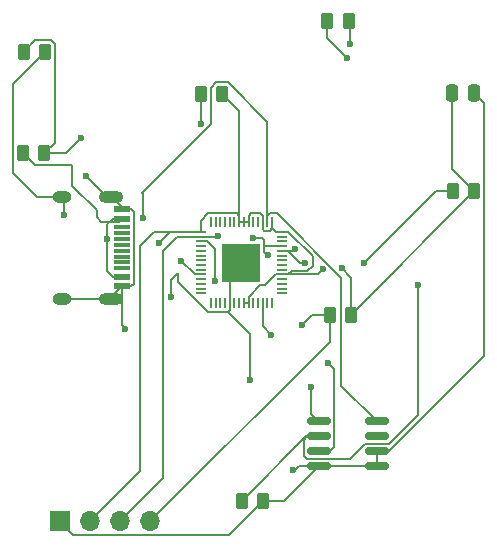
<source format=gbr>
%TF.GenerationSoftware,KiCad,Pcbnew,8.0.6*%
%TF.CreationDate,2025-05-13T17:33:06-04:00*%
%TF.ProjectId,USB-Voltage-Tester,5553422d-566f-46c7-9461-67652d546573,rev?*%
%TF.SameCoordinates,Original*%
%TF.FileFunction,Copper,L1,Top*%
%TF.FilePolarity,Positive*%
%FSLAX46Y46*%
G04 Gerber Fmt 4.6, Leading zero omitted, Abs format (unit mm)*
G04 Created by KiCad (PCBNEW 8.0.6) date 2025-05-13 17:33:06*
%MOMM*%
%LPD*%
G01*
G04 APERTURE LIST*
G04 Aperture macros list*
%AMRoundRect*
0 Rectangle with rounded corners*
0 $1 Rounding radius*
0 $2 $3 $4 $5 $6 $7 $8 $9 X,Y pos of 4 corners*
0 Add a 4 corners polygon primitive as box body*
4,1,4,$2,$3,$4,$5,$6,$7,$8,$9,$2,$3,0*
0 Add four circle primitives for the rounded corners*
1,1,$1+$1,$2,$3*
1,1,$1+$1,$4,$5*
1,1,$1+$1,$6,$7*
1,1,$1+$1,$8,$9*
0 Add four rect primitives between the rounded corners*
20,1,$1+$1,$2,$3,$4,$5,0*
20,1,$1+$1,$4,$5,$6,$7,0*
20,1,$1+$1,$6,$7,$8,$9,0*
20,1,$1+$1,$8,$9,$2,$3,0*%
G04 Aperture macros list end*
%TA.AperFunction,SMDPad,CuDef*%
%ADD10R,1.450000X0.600000*%
%TD*%
%TA.AperFunction,SMDPad,CuDef*%
%ADD11R,1.450000X0.300000*%
%TD*%
%TA.AperFunction,ComponentPad*%
%ADD12O,2.100000X1.000000*%
%TD*%
%TA.AperFunction,ComponentPad*%
%ADD13O,1.600000X1.000000*%
%TD*%
%TA.AperFunction,SMDPad,CuDef*%
%ADD14RoundRect,0.050000X-0.387500X-0.050000X0.387500X-0.050000X0.387500X0.050000X-0.387500X0.050000X0*%
%TD*%
%TA.AperFunction,SMDPad,CuDef*%
%ADD15RoundRect,0.050000X-0.050000X-0.387500X0.050000X-0.387500X0.050000X0.387500X-0.050000X0.387500X0*%
%TD*%
%TA.AperFunction,HeatsinkPad*%
%ADD16R,3.200000X3.200000*%
%TD*%
%TA.AperFunction,ComponentPad*%
%ADD17R,1.700000X1.700000*%
%TD*%
%TA.AperFunction,ComponentPad*%
%ADD18O,1.700000X1.700000*%
%TD*%
%TA.AperFunction,SMDPad,CuDef*%
%ADD19RoundRect,0.250000X-0.262500X-0.450000X0.262500X-0.450000X0.262500X0.450000X-0.262500X0.450000X0*%
%TD*%
%TA.AperFunction,SMDPad,CuDef*%
%ADD20RoundRect,0.250000X-0.250000X-0.475000X0.250000X-0.475000X0.250000X0.475000X-0.250000X0.475000X0*%
%TD*%
%TA.AperFunction,SMDPad,CuDef*%
%ADD21RoundRect,0.150000X-0.825000X-0.150000X0.825000X-0.150000X0.825000X0.150000X-0.825000X0.150000X0*%
%TD*%
%TA.AperFunction,ViaPad*%
%ADD22C,0.600000*%
%TD*%
%TA.AperFunction,Conductor*%
%ADD23C,0.200000*%
%TD*%
G04 APERTURE END LIST*
D10*
%TO.P,J1,A1,GND*%
%TO.N,GND*%
X32753400Y-45937800D03*
%TO.P,J1,A4,VBUS*%
%TO.N,+5V*%
X32753400Y-46737800D03*
D11*
%TO.P,J1,A5,CC1*%
%TO.N,unconnected-(J1-CC1-PadA5)*%
X32753400Y-47937800D03*
%TO.P,J1,A6,D+*%
%TO.N,unconnected-(J1-D+-PadA6)*%
X32753400Y-48937800D03*
%TO.P,J1,A7,D-*%
%TO.N,unconnected-(J1-D--PadA7)*%
X32753400Y-49437800D03*
%TO.P,J1,A8,SBU1*%
%TO.N,unconnected-(J1-SBU1-PadA8)*%
X32753400Y-50437800D03*
D10*
%TO.P,J1,A9,VBUS*%
%TO.N,+5V*%
X32753400Y-51637800D03*
%TO.P,J1,A12,GND*%
%TO.N,GND*%
X32753400Y-52437800D03*
%TO.P,J1,B1,GND*%
X32753400Y-52437800D03*
%TO.P,J1,B4,VBUS*%
%TO.N,+5V*%
X32753400Y-51637800D03*
D11*
%TO.P,J1,B5,CC2*%
%TO.N,unconnected-(J1-CC2-PadB5)*%
X32753400Y-50937800D03*
%TO.P,J1,B6,D+*%
%TO.N,unconnected-(J1-D+-PadB6)*%
X32753400Y-49937800D03*
%TO.P,J1,B7,D-*%
%TO.N,unconnected-(J1-D--PadB7)*%
X32753400Y-48437800D03*
%TO.P,J1,B8,SBU2*%
%TO.N,unconnected-(J1-SBU2-PadB8)*%
X32753400Y-47437800D03*
D10*
%TO.P,J1,B9,VBUS*%
%TO.N,+5V*%
X32753400Y-46737800D03*
%TO.P,J1,B12,GND*%
%TO.N,GND*%
X32753400Y-45937800D03*
D12*
%TO.P,J1,S1,SHIELD*%
X31838400Y-44867800D03*
D13*
X27658400Y-44867800D03*
D12*
X31838400Y-53507800D03*
D13*
X27658400Y-53507800D03*
%TD*%
D14*
%TO.P,U2,1,IOVDD*%
%TO.N,+3.3V*%
X39453900Y-47852900D03*
%TO.P,U2,2,GPIO0*%
%TO.N,/SDA*%
X39453900Y-48252900D03*
%TO.P,U2,3,GPIO1*%
%TO.N,/SCL*%
X39453900Y-48652900D03*
%TO.P,U2,4,GPIO2*%
%TO.N,unconnected-(U2-GPIO2-Pad4)*%
X39453900Y-49052900D03*
%TO.P,U2,5,GPIO3*%
%TO.N,unconnected-(U2-GPIO3-Pad5)*%
X39453900Y-49452900D03*
%TO.P,U2,6,GPIO4*%
%TO.N,unconnected-(U2-GPIO4-Pad6)*%
X39453900Y-49852900D03*
%TO.P,U2,7,GPIO5*%
%TO.N,unconnected-(U2-GPIO5-Pad7)*%
X39453900Y-50252900D03*
%TO.P,U2,8,GPIO6*%
%TO.N,unconnected-(U2-GPIO6-Pad8)*%
X39453900Y-50652900D03*
%TO.P,U2,9,GPIO7*%
%TO.N,unconnected-(U2-GPIO7-Pad9)*%
X39453900Y-51052900D03*
%TO.P,U2,10,IOVDD*%
%TO.N,+3.3V*%
X39453900Y-51452900D03*
%TO.P,U2,11,GPIO8*%
%TO.N,unconnected-(U2-GPIO8-Pad11)*%
X39453900Y-51852900D03*
%TO.P,U2,12,GPIO9*%
%TO.N,unconnected-(U2-GPIO9-Pad12)*%
X39453900Y-52252900D03*
%TO.P,U2,13,GPIO10*%
%TO.N,unconnected-(U2-GPIO10-Pad13)*%
X39453900Y-52652900D03*
%TO.P,U2,14,GPIO11*%
%TO.N,unconnected-(U2-GPIO11-Pad14)*%
X39453900Y-53052900D03*
D15*
%TO.P,U2,15,GPIO12*%
%TO.N,unconnected-(U2-GPIO12-Pad15)*%
X40291400Y-53890400D03*
%TO.P,U2,16,GPIO13*%
%TO.N,unconnected-(U2-GPIO13-Pad16)*%
X40691400Y-53890400D03*
%TO.P,U2,17,GPIO14*%
%TO.N,unconnected-(U2-GPIO14-Pad17)*%
X41091400Y-53890400D03*
%TO.P,U2,18,GPIO15*%
%TO.N,unconnected-(U2-GPIO15-Pad18)*%
X41491400Y-53890400D03*
%TO.P,U2,19,TESTEN*%
%TO.N,GND*%
X41891400Y-53890400D03*
%TO.P,U2,20,XIN*%
%TO.N,unconnected-(U2-XIN-Pad20)*%
X42291400Y-53890400D03*
%TO.P,U2,21,XOUT*%
%TO.N,unconnected-(U2-XOUT-Pad21)*%
X42691400Y-53890400D03*
%TO.P,U2,22,IOVDD*%
%TO.N,+3.3V*%
X43091400Y-53890400D03*
%TO.P,U2,23,DVDD*%
X43491400Y-53890400D03*
%TO.P,U2,24,SWCLK*%
%TO.N,unconnected-(U2-SWCLK-Pad24)*%
X43891400Y-53890400D03*
%TO.P,U2,25,SWD*%
%TO.N,unconnected-(U2-SWD-Pad25)*%
X44291400Y-53890400D03*
%TO.P,U2,26,RUN*%
%TO.N,Net-(U2-RUN)*%
X44691400Y-53890400D03*
%TO.P,U2,27,GPIO16*%
%TO.N,unconnected-(U2-GPIO16-Pad27)*%
X45091400Y-53890400D03*
%TO.P,U2,28,GPIO17*%
%TO.N,unconnected-(U2-GPIO17-Pad28)*%
X45491400Y-53890400D03*
D14*
%TO.P,U2,29,GPIO18*%
%TO.N,unconnected-(U2-GPIO18-Pad29)*%
X46328900Y-53052900D03*
%TO.P,U2,30,GPIO19*%
%TO.N,unconnected-(U2-GPIO19-Pad30)*%
X46328900Y-52652900D03*
%TO.P,U2,31,GPIO20*%
%TO.N,unconnected-(U2-GPIO20-Pad31)*%
X46328900Y-52252900D03*
%TO.P,U2,32,GPIO21*%
%TO.N,unconnected-(U2-GPIO21-Pad32)*%
X46328900Y-51852900D03*
%TO.P,U2,33,IOVDD*%
%TO.N,+3.3V*%
X46328900Y-51452900D03*
%TO.P,U2,34,GPIO22*%
%TO.N,unconnected-(U2-GPIO22-Pad34)*%
X46328900Y-51052900D03*
%TO.P,U2,35,GPIO23*%
%TO.N,unconnected-(U2-GPIO23-Pad35)*%
X46328900Y-50652900D03*
%TO.P,U2,36,GPIO24*%
%TO.N,unconnected-(U2-GPIO24-Pad36)*%
X46328900Y-50252900D03*
%TO.P,U2,37,GPIO25*%
%TO.N,unconnected-(U2-GPIO25-Pad37)*%
X46328900Y-49852900D03*
%TO.P,U2,38,GPIO26_ADC0*%
%TO.N,/V_SENSE*%
X46328900Y-49452900D03*
%TO.P,U2,39,GPIO27_ADC1*%
%TO.N,/I_SENSE*%
X46328900Y-49052900D03*
%TO.P,U2,40,GPIO28_ADC2*%
%TO.N,unconnected-(U2-GPIO28_ADC2-Pad40)*%
X46328900Y-48652900D03*
%TO.P,U2,41,GPIO29_ADC3*%
%TO.N,unconnected-(U2-GPIO29_ADC3-Pad41)*%
X46328900Y-48252900D03*
%TO.P,U2,42,IOVDD*%
%TO.N,+3.3V*%
X46328900Y-47852900D03*
D15*
%TO.P,U2,43,ADC_AVDD*%
X45491400Y-47015400D03*
%TO.P,U2,44,VREG_IN*%
%TO.N,+5V*%
X45091400Y-47015400D03*
%TO.P,U2,45,VREG_VOUT*%
%TO.N,+3.3V*%
X44691400Y-47015400D03*
%TO.P,U2,46,USB_DM*%
%TO.N,unconnected-(U2-USB_DM-Pad46)*%
X44291400Y-47015400D03*
%TO.P,U2,47,USB_DP*%
%TO.N,unconnected-(U2-USB_DP-Pad47)*%
X43891400Y-47015400D03*
%TO.P,U2,48,USB_VDD*%
%TO.N,+3.3V*%
X43491400Y-47015400D03*
%TO.P,U2,49,IOVDD*%
X43091400Y-47015400D03*
%TO.P,U2,50,DVDD*%
X42691400Y-47015400D03*
%TO.P,U2,51,QSPI_SD3*%
%TO.N,unconnected-(U2-QSPI_SD3-Pad51)*%
X42291400Y-47015400D03*
%TO.P,U2,52,QSPI_SCLK*%
%TO.N,unconnected-(U2-QSPI_SCLK-Pad52)*%
X41891400Y-47015400D03*
%TO.P,U2,53,QSPI_SD0*%
%TO.N,unconnected-(U2-QSPI_SD0-Pad53)*%
X41491400Y-47015400D03*
%TO.P,U2,54,QSPI_SD2*%
%TO.N,unconnected-(U2-QSPI_SD2-Pad54)*%
X41091400Y-47015400D03*
%TO.P,U2,55,QSPI_SD1*%
%TO.N,unconnected-(U2-QSPI_SD1-Pad55)*%
X40691400Y-47015400D03*
%TO.P,U2,56,QSPI_SS*%
%TO.N,unconnected-(U2-QSPI_SS-Pad56)*%
X40291400Y-47015400D03*
D16*
%TO.P,U2,57,GND*%
%TO.N,GND*%
X42891400Y-50452900D03*
%TD*%
D17*
%TO.P,J2,1,Pin_1*%
%TO.N,GND*%
X27518200Y-72339200D03*
D18*
%TO.P,J2,2,Pin_2*%
%TO.N,+3.3V*%
X30058200Y-72339200D03*
%TO.P,J2,3,Pin_3*%
%TO.N,/SDA*%
X32598200Y-72339200D03*
%TO.P,J2,4,Pin_4*%
%TO.N,/SCL*%
X35138200Y-72339200D03*
%TD*%
D19*
%TO.P,R1,1*%
%TO.N,+5V*%
X24360500Y-41198800D03*
%TO.P,R1,2*%
%TO.N,/V_SENSE*%
X26185500Y-41198800D03*
%TD*%
D20*
%TO.P,C1,1*%
%TO.N,+3.3V*%
X60684900Y-36074000D03*
%TO.P,C1,2*%
%TO.N,GND*%
X62584900Y-36074000D03*
%TD*%
D19*
%TO.P,R2,1*%
%TO.N,/V_SENSE*%
X24436700Y-32639000D03*
%TO.P,R2,2*%
%TO.N,GND*%
X26261700Y-32639000D03*
%TD*%
%TO.P,R7,1*%
%TO.N,/SCL*%
X50344700Y-54914800D03*
%TO.P,R7,2*%
%TO.N,+3.3V*%
X52169700Y-54914800D03*
%TD*%
D21*
%TO.P,U1,1*%
%TO.N,/I_SENSE*%
X49431400Y-63881000D03*
%TO.P,U1,2,-*%
%TO.N,Net-(U1A--)*%
X49431400Y-65151000D03*
%TO.P,U1,3,+*%
%TO.N,/V_SENSE*%
X49431400Y-66421000D03*
%TO.P,U1,4,V-*%
%TO.N,GND*%
X49431400Y-67691000D03*
%TO.P,U1,5,+*%
X54381400Y-67691000D03*
%TO.P,U1,6,-*%
X54381400Y-66421000D03*
%TO.P,U1,7*%
%TO.N,unconnected-(U1-Pad7)*%
X54381400Y-65151000D03*
%TO.P,U1,8,V+*%
%TO.N,+5V*%
X54381400Y-63881000D03*
%TD*%
D19*
%TO.P,R5,1*%
%TO.N,/SDA*%
X39448100Y-36195000D03*
%TO.P,R5,2*%
%TO.N,+3.3V*%
X41273100Y-36195000D03*
%TD*%
%TO.P,R3,1*%
%TO.N,Net-(U1A--)*%
X50141500Y-30022800D03*
%TO.P,R3,2*%
%TO.N,/I_SENSE*%
X51966500Y-30022800D03*
%TD*%
%TO.P,R4,1*%
%TO.N,Net-(U1A--)*%
X42902500Y-70612000D03*
%TO.P,R4,2*%
%TO.N,GND*%
X44727500Y-70612000D03*
%TD*%
%TO.P,R6,1*%
%TO.N,Net-(U2-RUN)*%
X60784100Y-44424600D03*
%TO.P,R6,2*%
%TO.N,+3.3V*%
X62609100Y-44424600D03*
%TD*%
D22*
%TO.N,+3.3V*%
X35890200Y-48768000D03*
X37744400Y-50292000D03*
X49783228Y-51029372D03*
X51381058Y-50930142D03*
%TO.N,GND*%
X29768800Y-43129200D03*
X47218600Y-68046600D03*
X33070800Y-56057800D03*
X43586400Y-60375800D03*
X27838400Y-46405800D03*
X36957000Y-53365400D03*
%TO.N,+5V*%
X31496000Y-48412400D03*
X34544000Y-46685200D03*
%TO.N,/SDA*%
X40944800Y-48158400D03*
X39471600Y-38684200D03*
%TO.N,/SCL*%
X48056800Y-55702200D03*
X40640000Y-51993800D03*
%TO.N,/V_SENSE*%
X47442265Y-49280935D03*
X29311600Y-39928800D03*
X48310800Y-50469800D03*
X50215800Y-58928000D03*
%TO.N,Net-(U1A--)*%
X51816000Y-33147000D03*
X57835800Y-52349400D03*
%TO.N,/I_SENSE*%
X43840400Y-48352900D03*
X48818800Y-61010800D03*
X52070000Y-31902400D03*
X45110400Y-49834800D03*
%TO.N,Net-(U2-RUN)*%
X53289200Y-50520600D03*
X45389800Y-56540400D03*
%TD*%
D23*
%TO.N,+3.3V*%
X40095040Y-46277900D02*
X39453900Y-46919040D01*
X46328900Y-51452900D02*
X46862760Y-51452900D01*
X44691400Y-46481540D02*
X44487760Y-46277900D01*
X62609100Y-44424600D02*
X60684900Y-42500400D01*
X34315400Y-68082000D02*
X34315400Y-49022000D01*
X48910800Y-49900940D02*
X46862760Y-47852900D01*
X45287760Y-47752900D02*
X44831900Y-47752900D01*
X46862760Y-51452900D02*
X47164687Y-51150973D01*
X44487760Y-46277900D02*
X43695040Y-46277900D01*
X43491400Y-47015400D02*
X43091400Y-47015400D01*
X48910800Y-50718329D02*
X48910800Y-49900940D01*
X36805300Y-47852900D02*
X35890200Y-48768000D01*
X41273100Y-36195000D02*
X42691400Y-37613300D01*
X45491400Y-47549260D02*
X45287760Y-47752900D01*
X52169700Y-54914800D02*
X52169700Y-51718784D01*
X35484500Y-47852900D02*
X39453900Y-47852900D01*
X34315400Y-49022000D02*
X35484500Y-47852900D01*
X43091400Y-53890400D02*
X43491400Y-53890400D01*
X43491400Y-53890400D02*
X43491400Y-53356540D01*
X47164687Y-51150973D02*
X48478156Y-51150973D01*
X45795040Y-51452900D02*
X46328900Y-51452900D01*
X45795040Y-47852900D02*
X45491400Y-47549260D01*
X48478156Y-51150973D02*
X48910800Y-50718329D01*
X38920040Y-51452900D02*
X39453900Y-51452900D01*
X46328900Y-47852900D02*
X45795040Y-47852900D01*
X43491400Y-46481540D02*
X43491400Y-47015400D01*
X42691400Y-46481540D02*
X42487760Y-46277900D01*
X46862760Y-47852900D02*
X46328900Y-47852900D01*
X42691400Y-37613300D02*
X42691400Y-47015400D01*
X42487760Y-46277900D02*
X40095040Y-46277900D01*
X37744400Y-50292000D02*
X37759140Y-50292000D01*
X39453900Y-47852900D02*
X36805300Y-47852900D01*
X39453900Y-46919040D02*
X39453900Y-47852900D01*
X43491400Y-53356540D02*
X44495040Y-52352900D01*
X30058200Y-72339200D02*
X34315400Y-68082000D01*
X45491400Y-47015400D02*
X45491400Y-47549260D01*
X43695040Y-46277900D02*
X43491400Y-46481540D01*
X44895040Y-52352900D02*
X45795040Y-51452900D01*
X44691400Y-47015400D02*
X44691400Y-46481540D01*
X60684900Y-42500400D02*
X60684900Y-36074000D01*
X52169700Y-54914800D02*
X52169700Y-54864000D01*
X44495040Y-52352900D02*
X44895040Y-52352900D01*
X44831900Y-47752900D02*
X44691400Y-47612400D01*
X42691400Y-47015400D02*
X42691400Y-46481540D01*
X37759140Y-50292000D02*
X38920040Y-51452900D01*
X49359700Y-51452900D02*
X46328900Y-51452900D01*
X52169700Y-51718784D02*
X51381058Y-50930142D01*
X49783228Y-51029372D02*
X49359700Y-51452900D01*
X52169700Y-54864000D02*
X62609100Y-44424600D01*
X43091400Y-47015400D02*
X42691400Y-47015400D01*
X44691400Y-47612400D02*
X44691400Y-47015400D01*
%TO.N,GND*%
X33778400Y-46137800D02*
X33578400Y-45937800D01*
X27838400Y-45047800D02*
X27658400Y-44867800D01*
X32753400Y-52437800D02*
X33578400Y-52437800D01*
X47752000Y-67691000D02*
X49431400Y-67691000D01*
X31838400Y-53352800D02*
X32753400Y-52437800D01*
X63421600Y-36910700D02*
X63421600Y-58355799D01*
X40095040Y-54627900D02*
X41714300Y-54627900D01*
X47218600Y-68046600D02*
X47396400Y-68046600D01*
X33778400Y-52237800D02*
X33778400Y-46137800D01*
X41714300Y-54627900D02*
X41891400Y-54450800D01*
X33578400Y-45937800D02*
X32753400Y-45937800D01*
X41714300Y-54627900D02*
X43586400Y-56500000D01*
X63421600Y-58355799D02*
X55356399Y-66421000D01*
X31838400Y-53507800D02*
X31838400Y-53352800D01*
X27658400Y-53507800D02*
X31838400Y-53507800D01*
X23548000Y-35352700D02*
X26261700Y-32639000D01*
X32753400Y-45937800D02*
X32753400Y-45782800D01*
X41850300Y-73489200D02*
X28668200Y-73489200D01*
X25578400Y-44867800D02*
X27658400Y-44867800D01*
X55356399Y-66421000D02*
X54381400Y-66421000D01*
X32753400Y-45782800D02*
X31838400Y-44867800D01*
X46510400Y-70612000D02*
X49431400Y-67691000D01*
X36957000Y-51917600D02*
X37541200Y-51333400D01*
X32753400Y-55740400D02*
X33070800Y-56057800D01*
X31838400Y-44867800D02*
X31507400Y-44867800D01*
X37541200Y-51333400D02*
X37541200Y-52074060D01*
X23548000Y-42837400D02*
X23548000Y-35352700D01*
X47396400Y-68046600D02*
X47752000Y-67691000D01*
X41891400Y-51452900D02*
X41891400Y-53890400D01*
X41891400Y-54450800D02*
X41891400Y-53890400D01*
X62584900Y-36074000D02*
X63421600Y-36910700D01*
X28668200Y-73489200D02*
X27518200Y-72339200D01*
X44727500Y-70612000D02*
X41850300Y-73489200D01*
X32753400Y-52437800D02*
X32753400Y-55740400D01*
X37541200Y-52074060D02*
X40095040Y-54627900D01*
X54381400Y-67691000D02*
X49431400Y-67691000D01*
X33578400Y-52437800D02*
X33778400Y-52237800D01*
X36957000Y-53365400D02*
X36957000Y-51917600D01*
X31507400Y-44867800D02*
X29768800Y-43129200D01*
X23548000Y-42837400D02*
X25578400Y-44867800D01*
X43586400Y-56500000D02*
X43586400Y-60375800D01*
X54381400Y-66421000D02*
X54381400Y-67691000D01*
X27838400Y-46405800D02*
X27838400Y-45047800D01*
X44727500Y-70612000D02*
X46510400Y-70612000D01*
X42891400Y-50452900D02*
X41891400Y-51452900D01*
%TO.N,+5V*%
X32753400Y-51637800D02*
X31978400Y-51637800D01*
X31978400Y-46737800D02*
X32753400Y-46737800D01*
X30633400Y-46577394D02*
X31028806Y-46972800D01*
X31496000Y-51155400D02*
X31496000Y-48412400D01*
X31978400Y-51637800D02*
X31496000Y-51155400D01*
X45880286Y-46277900D02*
X51357200Y-51754814D01*
X28536771Y-42214800D02*
X28536771Y-43921577D01*
X34544000Y-44612529D02*
X34544000Y-46685200D01*
X32518400Y-46972800D02*
X32753400Y-46737800D01*
X31496000Y-47220200D02*
X31978400Y-46737800D01*
X40284400Y-35686456D02*
X40284400Y-38719929D01*
X40775856Y-35195000D02*
X40284400Y-35686456D01*
X25376500Y-42214800D02*
X24360500Y-41198800D01*
X30633400Y-46018206D02*
X30633400Y-46577394D01*
X34467900Y-44536429D02*
X34544000Y-44612529D01*
X45091400Y-46481540D02*
X45295040Y-46277900D01*
X28536771Y-42214800D02*
X25376500Y-42214800D01*
X40284400Y-38719929D02*
X34467900Y-44536429D01*
X28536771Y-43921577D02*
X30633400Y-46018206D01*
X41770344Y-35195000D02*
X40775856Y-35195000D01*
X45091400Y-46481540D02*
X45091400Y-38516056D01*
X31496000Y-48412400D02*
X31496000Y-47220200D01*
X45091400Y-47015400D02*
X45091400Y-46481540D01*
X45295040Y-46277900D02*
X45880286Y-46277900D01*
X45091400Y-38516056D02*
X41770344Y-35195000D01*
X51357200Y-51754814D02*
X51357200Y-60856800D01*
X31028806Y-46972800D02*
X32518400Y-46972800D01*
X51357200Y-60856800D02*
X54381400Y-63881000D01*
%TO.N,/SDA*%
X39448100Y-36195000D02*
X39448100Y-38660700D01*
X40850300Y-48252900D02*
X39453900Y-48252900D01*
X40944800Y-48158400D02*
X40850300Y-48252900D01*
X32598200Y-72339200D02*
X36271200Y-68666200D01*
X36271200Y-68666200D02*
X36271200Y-49453800D01*
X39448100Y-38660700D02*
X39471600Y-38684200D01*
X37472100Y-48252900D02*
X39453900Y-48252900D01*
X36271200Y-49453800D02*
X37472100Y-48252900D01*
%TO.N,/SCL*%
X39987760Y-48652900D02*
X40640000Y-49305140D01*
X40640000Y-49305140D02*
X40640000Y-51993800D01*
X39453900Y-48652900D02*
X39987760Y-48652900D01*
X35138200Y-72339200D02*
X50344700Y-57132700D01*
X50344700Y-57132700D02*
X50344700Y-54914800D01*
X48844200Y-54914800D02*
X50344700Y-54914800D01*
X48056800Y-55702200D02*
X48844200Y-54914800D01*
%TO.N,/V_SENSE*%
X27074200Y-31954256D02*
X26758944Y-31639000D01*
X46328900Y-49452900D02*
X47270300Y-49452900D01*
X50744700Y-66082699D02*
X50744700Y-59456900D01*
X50744700Y-59456900D02*
X50215800Y-58928000D01*
X25436700Y-31639000D02*
X24436700Y-32639000D01*
X26758944Y-31639000D02*
X25436700Y-31639000D01*
X26185500Y-41198800D02*
X27074200Y-40310100D01*
X27074200Y-40310100D02*
X27074200Y-31954256D01*
X47270300Y-49452900D02*
X47442265Y-49280935D01*
X46862760Y-49452900D02*
X46328900Y-49452900D01*
X50406399Y-66421000D02*
X50744700Y-66082699D01*
X49431400Y-66421000D02*
X50406399Y-66421000D01*
X47879660Y-50469800D02*
X46862760Y-49452900D01*
X48310800Y-50469800D02*
X47879660Y-50469800D01*
X29311600Y-39928800D02*
X28041600Y-41198800D01*
X28041600Y-41198800D02*
X26185500Y-41198800D01*
%TO.N,Net-(U1A--)*%
X51816000Y-33147000D02*
X50141500Y-31472500D01*
X53365848Y-65821000D02*
X55390713Y-65821000D01*
X55390713Y-65821000D02*
X57835800Y-63375913D01*
X52095848Y-67091000D02*
X53365848Y-65821000D01*
X50141500Y-31472500D02*
X50141500Y-30022800D01*
X42902500Y-70612000D02*
X48363500Y-65151000D01*
X48456401Y-65151000D02*
X48156400Y-65451001D01*
X48363500Y-65151000D02*
X49431400Y-65151000D01*
X48156400Y-66831552D02*
X48415848Y-67091000D01*
X48415848Y-67091000D02*
X52095848Y-67091000D01*
X57835800Y-63375913D02*
X57835800Y-52349400D01*
X49431400Y-65151000D02*
X48456401Y-65151000D01*
X48156400Y-65451001D02*
X48156400Y-66831552D01*
%TO.N,/I_SENSE*%
X49431400Y-63881000D02*
X48818800Y-63268400D01*
X44791400Y-49515800D02*
X45110400Y-49834800D01*
X44791400Y-48552900D02*
X44791400Y-49052900D01*
X44591400Y-48352900D02*
X44791400Y-48552900D01*
X43840400Y-48352900D02*
X44591400Y-48352900D01*
X48818800Y-63268400D02*
X48818800Y-61010800D01*
X52070000Y-31902400D02*
X52070000Y-30126300D01*
X44791400Y-48552900D02*
X44791400Y-49515800D01*
X44791400Y-49052900D02*
X46328900Y-49052900D01*
X52070000Y-30126300D02*
X51966500Y-30022800D01*
%TO.N,Net-(U2-RUN)*%
X45389800Y-56540400D02*
X44691400Y-55842000D01*
X59385200Y-44424600D02*
X53289200Y-50520600D01*
X60784100Y-44424600D02*
X59385200Y-44424600D01*
X44691400Y-55842000D02*
X44691400Y-53890400D01*
%TD*%
M02*

</source>
